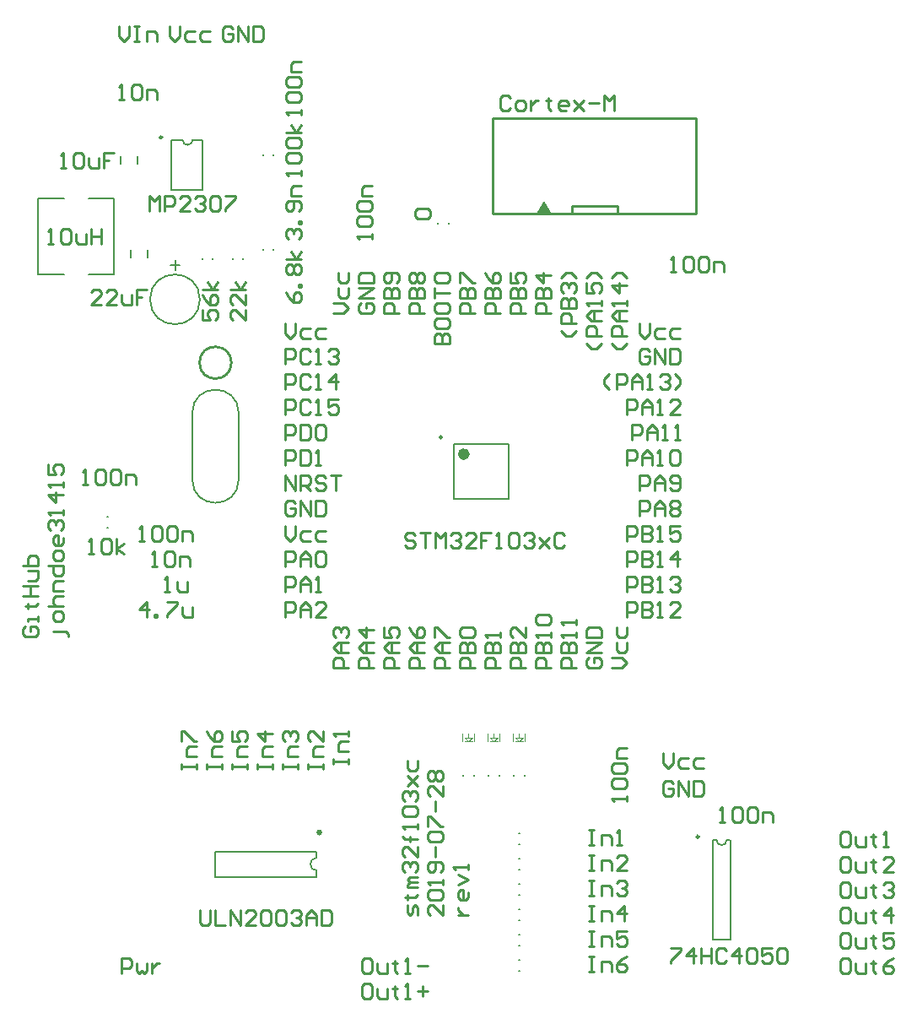
<source format=gto>
G04 Layer_Color=15132400*
%FSLAX25Y25*%
%MOIN*%
G70*
G01*
G75*
%ADD25C,0.01000*%
%ADD37C,0.00780*%
%ADD38C,0.00787*%
%ADD39C,0.00984*%
%ADD40C,0.02362*%
%ADD41C,0.00394*%
%ADD42C,0.00591*%
G36*
X253000Y357000D02*
X247000D01*
X250000Y362000D01*
X253000Y357000D01*
D02*
G37*
D25*
X126299Y298000D02*
G03*
X126299Y298000I-6299J0D01*
G01*
X161000Y112000D02*
Y113000D01*
X261000Y357000D02*
X310000D01*
Y394500D01*
X229500D02*
X310000D01*
X229500Y357000D02*
Y394500D01*
Y357000D02*
X267500D01*
X261000D02*
Y360000D01*
X279000D01*
Y357000D02*
Y360000D01*
X200000Y80000D02*
Y82999D01*
X199000Y83999D01*
X198001Y82999D01*
Y81000D01*
X197001Y80000D01*
X196001Y81000D01*
Y83999D01*
X195002Y86998D02*
X196001D01*
Y85998D01*
Y87997D01*
Y86998D01*
X199000D01*
X200000Y87997D01*
Y90996D02*
X196001D01*
Y91996D01*
X197001Y92996D01*
X200000D01*
X197001D01*
X196001Y93995D01*
X197001Y94995D01*
X200000D01*
X195002Y96995D02*
X194002Y97994D01*
Y99993D01*
X195002Y100993D01*
X196001D01*
X197001Y99993D01*
Y98994D01*
Y99993D01*
X198001Y100993D01*
X199000D01*
X200000Y99993D01*
Y97994D01*
X199000Y96995D01*
X200000Y106991D02*
Y102993D01*
X196001Y106991D01*
X195002D01*
X194002Y105992D01*
Y103992D01*
X195002Y102993D01*
X200000Y109990D02*
X195002D01*
X197001D01*
Y108991D01*
Y110990D01*
Y109990D01*
X195002D01*
X194002Y110990D01*
X200000Y113989D02*
Y115988D01*
Y114989D01*
X194002D01*
X195002Y113989D01*
Y118987D02*
X194002Y119987D01*
Y121986D01*
X195002Y122986D01*
X199000D01*
X200000Y121986D01*
Y119987D01*
X199000Y118987D01*
X195002D01*
Y124985D02*
X194002Y125985D01*
Y127984D01*
X195002Y128984D01*
X196001D01*
X197001Y127984D01*
Y126985D01*
Y127984D01*
X198001Y128984D01*
X199000D01*
X200000Y127984D01*
Y125985D01*
X199000Y124985D01*
X196001Y130983D02*
X200000Y134982D01*
X198001Y132983D01*
X196001Y134982D01*
X200000Y130983D01*
X196001Y140980D02*
Y137981D01*
X197001Y136982D01*
X199000D01*
X200000Y137981D01*
Y140980D01*
X45002Y193999D02*
X44002Y192999D01*
Y191000D01*
X45002Y190000D01*
X49000D01*
X50000Y191000D01*
Y192999D01*
X49000Y193999D01*
X47001D01*
Y191999D01*
X50000Y195998D02*
Y197997D01*
Y196998D01*
X46001D01*
Y195998D01*
X45002Y201996D02*
X46001D01*
Y200996D01*
Y202996D01*
Y201996D01*
X49000D01*
X50000Y202996D01*
X44002Y205995D02*
X50000D01*
X47001D01*
Y209994D01*
X44002D01*
X50000D01*
X46001Y211993D02*
X49000D01*
X50000Y212993D01*
Y215992D01*
X46001D01*
X44002Y217991D02*
X50000D01*
Y220990D01*
X49000Y221990D01*
X48001D01*
X47001D01*
X46001Y220990D01*
Y217991D01*
X114000Y81998D02*
Y77000D01*
X115000Y76000D01*
X116999D01*
X117999Y77000D01*
Y81998D01*
X119998D02*
Y76000D01*
X123997D01*
X125996D02*
Y81998D01*
X129995Y76000D01*
Y81998D01*
X135993Y76000D02*
X131994D01*
X135993Y79999D01*
Y80998D01*
X134993Y81998D01*
X132994D01*
X131994Y80998D01*
X137992D02*
X138992Y81998D01*
X140991D01*
X141991Y80998D01*
Y77000D01*
X140991Y76000D01*
X138992D01*
X137992Y77000D01*
Y80998D01*
X143990D02*
X144990Y81998D01*
X146989D01*
X147989Y80998D01*
Y77000D01*
X146989Y76000D01*
X144990D01*
X143990Y77000D01*
Y80998D01*
X149988D02*
X150988Y81998D01*
X152987D01*
X153987Y80998D01*
Y79999D01*
X152987Y78999D01*
X151988D01*
X152987D01*
X153987Y77999D01*
Y77000D01*
X152987Y76000D01*
X150988D01*
X149988Y77000D01*
X155986Y76000D02*
Y79999D01*
X157986Y81998D01*
X159985Y79999D01*
Y76000D01*
Y78999D01*
X155986D01*
X161985Y81998D02*
Y76000D01*
X164983D01*
X165983Y77000D01*
Y80998D01*
X164983Y81998D01*
X161985D01*
X126999Y429998D02*
X125999Y430998D01*
X124000D01*
X123000Y429998D01*
Y426000D01*
X124000Y425000D01*
X125999D01*
X126999Y426000D01*
Y427999D01*
X124999D01*
X128998Y425000D02*
Y430998D01*
X132997Y425000D01*
Y430998D01*
X134996D02*
Y425000D01*
X137995D01*
X138995Y426000D01*
Y429998D01*
X137995Y430998D01*
X134996D01*
X102000D02*
Y426999D01*
X103999Y425000D01*
X105999Y426999D01*
Y430998D01*
X111997Y428999D02*
X108998D01*
X107998Y427999D01*
Y426000D01*
X108998Y425000D01*
X111997D01*
X117995Y428999D02*
X114996D01*
X113996Y427999D01*
Y426000D01*
X114996Y425000D01*
X117995D01*
X59000Y375000D02*
X60999D01*
X60000D01*
Y380998D01*
X59000Y379998D01*
X63998D02*
X64998Y380998D01*
X66997D01*
X67997Y379998D01*
Y376000D01*
X66997Y375000D01*
X64998D01*
X63998Y376000D01*
Y379998D01*
X69996Y378999D02*
Y376000D01*
X70996Y375000D01*
X73995D01*
Y378999D01*
X79993Y380998D02*
X75994D01*
Y377999D01*
X77994D01*
X75994D01*
Y375000D01*
X114715Y318999D02*
Y315000D01*
X117714D01*
X116714Y316999D01*
Y317999D01*
X117714Y318999D01*
X119713D01*
X120713Y317999D01*
Y316000D01*
X119713Y315000D01*
X114715Y324997D02*
X115714Y322997D01*
X117714Y320998D01*
X119713D01*
X120713Y321998D01*
Y323997D01*
X119713Y324997D01*
X118713D01*
X117714Y323997D01*
Y320998D01*
X120713Y326996D02*
X114715D01*
X118713D02*
X116714Y329995D01*
X118713Y326996D02*
X120713Y329995D01*
X148002Y325999D02*
X149002Y323999D01*
X151001Y322000D01*
X153000D01*
X154000Y323000D01*
Y324999D01*
X153000Y325999D01*
X152001D01*
X151001Y324999D01*
Y322000D01*
X154000Y327998D02*
X153000D01*
Y328998D01*
X154000D01*
Y327998D01*
X149002Y332996D02*
X148002Y333996D01*
Y335996D01*
X149002Y336995D01*
X150001D01*
X151001Y335996D01*
X152001Y336995D01*
X153000D01*
X154000Y335996D01*
Y333996D01*
X153000Y332996D01*
X152001D01*
X151001Y333996D01*
X150001Y332996D01*
X149002D01*
X151001Y333996D02*
Y335996D01*
X154000Y338995D02*
X148002D01*
X152001D02*
X150001Y341993D01*
X152001Y338995D02*
X154000Y341993D01*
Y372000D02*
Y373999D01*
Y373000D01*
X148002D01*
X149002Y372000D01*
Y376998D02*
X148002Y377998D01*
Y379997D01*
X149002Y380997D01*
X153000D01*
X154000Y379997D01*
Y377998D01*
X153000Y376998D01*
X149002D01*
Y382996D02*
X148002Y383996D01*
Y385996D01*
X149002Y386995D01*
X153000D01*
X154000Y385996D01*
Y383996D01*
X153000Y382996D01*
X149002D01*
X154000Y388995D02*
X148002D01*
X152001D02*
X150001Y391993D01*
X152001Y388995D02*
X154000Y391993D01*
X82000Y430998D02*
Y426999D01*
X83999Y425000D01*
X85999Y426999D01*
Y430998D01*
X87998D02*
X89997D01*
X88998D01*
Y425000D01*
X87998D01*
X89997D01*
X92996D02*
Y428999D01*
X95995D01*
X96995Y427999D01*
Y425000D01*
X54000Y345000D02*
X55999D01*
X55000D01*
Y350998D01*
X54000Y349998D01*
X58998D02*
X59998Y350998D01*
X61997D01*
X62997Y349998D01*
Y346000D01*
X61997Y345000D01*
X59998D01*
X58998Y346000D01*
Y349998D01*
X64996Y348999D02*
Y346000D01*
X65996Y345000D01*
X68995D01*
Y348999D01*
X70995Y350998D02*
Y345000D01*
Y347999D01*
X74993D01*
Y350998D01*
Y345000D01*
X94000Y358000D02*
Y363998D01*
X95999Y361999D01*
X97999Y363998D01*
Y358000D01*
X99998D02*
Y363998D01*
X102997D01*
X103997Y362998D01*
Y360999D01*
X102997Y359999D01*
X99998D01*
X109995Y358000D02*
X105996D01*
X109995Y361999D01*
Y362998D01*
X108995Y363998D01*
X106996D01*
X105996Y362998D01*
X111994D02*
X112994Y363998D01*
X114993D01*
X115993Y362998D01*
Y361999D01*
X114993Y360999D01*
X113994D01*
X114993D01*
X115993Y359999D01*
Y359000D01*
X114993Y358000D01*
X112994D01*
X111994Y359000D01*
X117992Y362998D02*
X118992Y363998D01*
X120991D01*
X121991Y362998D01*
Y359000D01*
X120991Y358000D01*
X118992D01*
X117992Y359000D01*
Y362998D01*
X123990Y363998D02*
X127989D01*
Y362998D01*
X123990Y359000D01*
Y358000D01*
X74999Y321000D02*
X71000D01*
X74999Y324999D01*
Y325998D01*
X73999Y326998D01*
X72000D01*
X71000Y325998D01*
X80997Y321000D02*
X76998D01*
X80997Y324999D01*
Y325998D01*
X79997Y326998D01*
X77998D01*
X76998Y325998D01*
X82996Y324999D02*
Y322000D01*
X83996Y321000D01*
X86995D01*
Y324999D01*
X92993Y326998D02*
X88994D01*
Y323999D01*
X90993D01*
X88994D01*
Y321000D01*
X149002Y347000D02*
X148002Y348000D01*
Y349999D01*
X149002Y350999D01*
X150001D01*
X151001Y349999D01*
Y348999D01*
Y349999D01*
X152001Y350999D01*
X153000D01*
X154000Y349999D01*
Y348000D01*
X153000Y347000D01*
X154000Y352998D02*
X153000D01*
Y353998D01*
X154000D01*
Y352998D01*
X153000Y357996D02*
X154000Y358996D01*
Y360996D01*
X153000Y361995D01*
X149002D01*
X148002Y360996D01*
Y358996D01*
X149002Y357996D01*
X150001D01*
X151001Y358996D01*
Y361995D01*
X154000Y363995D02*
X150001D01*
Y366993D01*
X151001Y367993D01*
X154000D01*
Y396000D02*
Y397999D01*
Y397000D01*
X148002D01*
X149002Y396000D01*
Y400998D02*
X148002Y401998D01*
Y403997D01*
X149002Y404997D01*
X153000D01*
X154000Y403997D01*
Y401998D01*
X153000Y400998D01*
X149002D01*
Y406996D02*
X148002Y407996D01*
Y409996D01*
X149002Y410995D01*
X153000D01*
X154000Y409996D01*
Y407996D01*
X153000Y406996D01*
X149002D01*
X154000Y412994D02*
X150001D01*
Y415993D01*
X151001Y416993D01*
X154000D01*
X82000Y402000D02*
X83999D01*
X83000D01*
Y407998D01*
X82000Y406998D01*
X86998D02*
X87998Y407998D01*
X89997D01*
X90997Y406998D01*
Y403000D01*
X89997Y402000D01*
X87998D01*
X86998Y403000D01*
Y406998D01*
X92996Y402000D02*
Y405999D01*
X95995D01*
X96995Y404999D01*
Y402000D01*
X206502Y305504D02*
X212500D01*
Y308503D01*
X211500Y309503D01*
X210501D01*
X209501Y308503D01*
Y305504D01*
Y308503D01*
X208501Y309503D01*
X207502D01*
X206502Y308503D01*
Y305504D01*
Y314501D02*
Y312502D01*
X207502Y311502D01*
X211500D01*
X212500Y312502D01*
Y314501D01*
X211500Y315501D01*
X207502D01*
X206502Y314501D01*
Y320499D02*
Y318500D01*
X207502Y317500D01*
X211500D01*
X212500Y318500D01*
Y320499D01*
X211500Y321499D01*
X207502D01*
X206502Y320499D01*
Y323498D02*
Y327497D01*
Y325497D01*
X212500D01*
X207502Y329496D02*
X206502Y330496D01*
Y332495D01*
X207502Y333495D01*
X211500D01*
X212500Y332495D01*
Y330496D01*
X211500Y329496D01*
X207502D01*
X147500Y247500D02*
Y253498D01*
X151499Y247500D01*
Y253498D01*
X153498Y247500D02*
Y253498D01*
X156497D01*
X157497Y252498D01*
Y250499D01*
X156497Y249499D01*
X153498D01*
X155497D02*
X157497Y247500D01*
X163495Y252498D02*
X162495Y253498D01*
X160496D01*
X159496Y252498D01*
Y251499D01*
X160496Y250499D01*
X162495D01*
X163495Y249499D01*
Y248500D01*
X162495Y247500D01*
X160496D01*
X159496Y248500D01*
X165494Y253498D02*
X169493D01*
X167493D01*
Y247500D01*
X203998Y359000D02*
X204998Y358000D01*
Y356001D01*
X203998Y355001D01*
X200000D01*
X199000Y356001D01*
Y358000D01*
X200000Y359000D01*
X203998D01*
X198999Y229998D02*
X197999Y230998D01*
X196000D01*
X195000Y229998D01*
Y228999D01*
X196000Y227999D01*
X197999D01*
X198999Y226999D01*
Y226000D01*
X197999Y225000D01*
X196000D01*
X195000Y226000D01*
X200998Y230998D02*
X204997D01*
X202997D01*
Y225000D01*
X206996D02*
Y230998D01*
X208996Y228999D01*
X210995Y230998D01*
Y225000D01*
X212994Y229998D02*
X213994Y230998D01*
X215993D01*
X216993Y229998D01*
Y228999D01*
X215993Y227999D01*
X214994D01*
X215993D01*
X216993Y226999D01*
Y226000D01*
X215993Y225000D01*
X213994D01*
X212994Y226000D01*
X222991Y225000D02*
X218992D01*
X222991Y228999D01*
Y229998D01*
X221991Y230998D01*
X219992D01*
X218992Y229998D01*
X228989Y230998D02*
X224990D01*
Y227999D01*
X226990D01*
X224990D01*
Y225000D01*
X230988D02*
X232988D01*
X231988D01*
Y230998D01*
X230988Y229998D01*
X235987D02*
X236986Y230998D01*
X238986D01*
X239985Y229998D01*
Y226000D01*
X238986Y225000D01*
X236986D01*
X235987Y226000D01*
Y229998D01*
X241985D02*
X242985Y230998D01*
X244984D01*
X245984Y229998D01*
Y228999D01*
X244984Y227999D01*
X243984D01*
X244984D01*
X245984Y226999D01*
Y226000D01*
X244984Y225000D01*
X242985D01*
X241985Y226000D01*
X247983Y228999D02*
X251982Y225000D01*
X249982Y226999D01*
X251982Y228999D01*
X247983Y225000D01*
X257980Y229998D02*
X256980Y230998D01*
X254981D01*
X253981Y229998D01*
Y226000D01*
X254981Y225000D01*
X256980D01*
X257980Y226000D01*
X70000Y222500D02*
X71999D01*
X71000D01*
Y228498D01*
X70000Y227498D01*
X74998D02*
X75998Y228498D01*
X77997D01*
X78997Y227498D01*
Y223500D01*
X77997Y222500D01*
X75998D01*
X74998Y223500D01*
Y227498D01*
X80996Y222500D02*
Y228498D01*
Y224499D02*
X83995Y226499D01*
X80996Y224499D02*
X83995Y222500D01*
X236499Y402498D02*
X235499Y403498D01*
X233500D01*
X232500Y402498D01*
Y398500D01*
X233500Y397500D01*
X235499D01*
X236499Y398500D01*
X239498Y397500D02*
X241497D01*
X242497Y398500D01*
Y400499D01*
X241497Y401499D01*
X239498D01*
X238498Y400499D01*
Y398500D01*
X239498Y397500D01*
X244496Y401499D02*
Y397500D01*
Y399499D01*
X245496Y400499D01*
X246496Y401499D01*
X247495D01*
X251494Y402498D02*
Y401499D01*
X250494D01*
X252494D01*
X251494D01*
Y398500D01*
X252494Y397500D01*
X258492D02*
X256492D01*
X255493Y398500D01*
Y400499D01*
X256492Y401499D01*
X258492D01*
X259491Y400499D01*
Y399499D01*
X255493D01*
X261491Y401499D02*
X265489Y397500D01*
X263490Y399499D01*
X265489Y401499D01*
X261491Y397500D01*
X267489Y400499D02*
X271487D01*
X273487Y397500D02*
Y403498D01*
X275486Y401499D01*
X277485Y403498D01*
Y397500D01*
X100000Y207500D02*
X101999D01*
X101000D01*
Y213498D01*
X100000Y212498D01*
X104998Y211499D02*
Y208500D01*
X105998Y207500D01*
X108997D01*
Y211499D01*
X95000Y217500D02*
X96999D01*
X96000D01*
Y223498D01*
X95000Y222498D01*
X99998D02*
X100998Y223498D01*
X102997D01*
X103997Y222498D01*
Y218500D01*
X102997Y217500D01*
X100998D01*
X99998Y218500D01*
Y222498D01*
X105996Y217500D02*
Y221499D01*
X108995D01*
X109995Y220499D01*
Y217500D01*
X92999Y197500D02*
Y203498D01*
X90000Y200499D01*
X93999D01*
X95998Y197500D02*
Y198500D01*
X96998D01*
Y197500D01*
X95998D01*
X100996Y203498D02*
X104995D01*
Y202498D01*
X100996Y198500D01*
Y197500D01*
X106994Y201499D02*
Y198500D01*
X107994Y197500D01*
X110993D01*
Y201499D01*
X182000Y347000D02*
Y348999D01*
Y348000D01*
X176002D01*
X177002Y347000D01*
Y351998D02*
X176002Y352998D01*
Y354997D01*
X177002Y355997D01*
X181000D01*
X182000Y354997D01*
Y352998D01*
X181000Y351998D01*
X177002D01*
Y357996D02*
X176002Y358996D01*
Y360996D01*
X177002Y361995D01*
X181000D01*
X182000Y360996D01*
Y358996D01*
X181000Y357996D01*
X177002D01*
X182000Y363995D02*
X178001D01*
Y366993D01*
X179001Y367993D01*
X182000D01*
X90000Y227500D02*
X91999D01*
X91000D01*
Y233498D01*
X90000Y232498D01*
X94998D02*
X95998Y233498D01*
X97997D01*
X98997Y232498D01*
Y228500D01*
X97997Y227500D01*
X95998D01*
X94998Y228500D01*
Y232498D01*
X100996D02*
X101996Y233498D01*
X103996D01*
X104995Y232498D01*
Y228500D01*
X103996Y227500D01*
X101996D01*
X100996Y228500D01*
Y232498D01*
X106994Y227500D02*
Y231499D01*
X109994D01*
X110993Y230499D01*
Y227500D01*
X67500Y250000D02*
X69499D01*
X68500D01*
Y255998D01*
X67500Y254998D01*
X72498D02*
X73498Y255998D01*
X75497D01*
X76497Y254998D01*
Y251000D01*
X75497Y250000D01*
X73498D01*
X72498Y251000D01*
Y254998D01*
X78496D02*
X79496Y255998D01*
X81495D01*
X82495Y254998D01*
Y251000D01*
X81495Y250000D01*
X79496D01*
X78496Y251000D01*
Y254998D01*
X84495Y250000D02*
Y253999D01*
X87493D01*
X88493Y252999D01*
Y250000D01*
X267502Y181499D02*
X266502Y180499D01*
Y178500D01*
X267502Y177500D01*
X271500D01*
X272500Y178500D01*
Y180499D01*
X271500Y181499D01*
X269501D01*
Y179499D01*
X272500Y183498D02*
X266502D01*
X272500Y187497D01*
X266502D01*
Y189496D02*
X272500D01*
Y192495D01*
X271500Y193495D01*
X267502D01*
X266502Y192495D01*
Y189496D01*
X291497Y302498D02*
X290497Y303498D01*
X288498D01*
X287498Y302498D01*
Y298500D01*
X288498Y297500D01*
X290497D01*
X291497Y298500D01*
Y300499D01*
X289498D01*
X293496Y297500D02*
Y303498D01*
X297495Y297500D01*
Y303498D01*
X299495D02*
Y297500D01*
X302494D01*
X303493Y298500D01*
Y302498D01*
X302494Y303498D01*
X299495D01*
X147500Y217500D02*
Y223498D01*
X150499D01*
X151499Y222498D01*
Y220499D01*
X150499Y219499D01*
X147500D01*
X153498Y217500D02*
Y221499D01*
X155497Y223498D01*
X157497Y221499D01*
Y217500D01*
Y220499D01*
X153498D01*
X159496Y222498D02*
X160496Y223498D01*
X162495D01*
X163495Y222498D01*
Y218500D01*
X162495Y217500D01*
X160496D01*
X159496Y218500D01*
Y222498D01*
X151499Y242498D02*
X150499Y243498D01*
X148500D01*
X147500Y242498D01*
Y238500D01*
X148500Y237500D01*
X150499D01*
X151499Y238500D01*
Y240499D01*
X149499D01*
X153498Y237500D02*
Y243498D01*
X157497Y237500D01*
Y243498D01*
X159496D02*
Y237500D01*
X162495D01*
X163495Y238500D01*
Y242498D01*
X162495Y243498D01*
X159496D01*
X287498Y313498D02*
Y309499D01*
X289498Y307500D01*
X291497Y309499D01*
Y313498D01*
X297495Y311499D02*
X294496D01*
X293496Y310499D01*
Y308500D01*
X294496Y307500D01*
X297495D01*
X303493Y311499D02*
X300494D01*
X299495Y310499D01*
Y308500D01*
X300494Y307500D01*
X303493D01*
X147500Y233498D02*
Y229499D01*
X149499Y227500D01*
X151499Y229499D01*
Y233498D01*
X157497Y231499D02*
X154498D01*
X153498Y230499D01*
Y228500D01*
X154498Y227500D01*
X157497D01*
X163495Y231499D02*
X160496D01*
X159496Y230499D01*
Y228500D01*
X160496Y227500D01*
X163495D01*
X147500Y313498D02*
Y309499D01*
X149499Y307500D01*
X151499Y309499D01*
Y313498D01*
X157497Y311499D02*
X154498D01*
X153498Y310499D01*
Y308500D01*
X154498Y307500D01*
X157497D01*
X163495Y311499D02*
X160496D01*
X159496Y310499D01*
Y308500D01*
X160496Y307500D01*
X163495D01*
X192500Y177500D02*
X186502D01*
Y180499D01*
X187502Y181499D01*
X189501D01*
X190501Y180499D01*
Y177500D01*
X192500Y183498D02*
X188501D01*
X186502Y185497D01*
X188501Y187497D01*
X192500D01*
X189501D01*
Y183498D01*
X186502Y193495D02*
Y189496D01*
X189501D01*
X188501Y191496D01*
Y192495D01*
X189501Y193495D01*
X191500D01*
X192500Y192495D01*
Y190496D01*
X191500Y189496D01*
X166486Y317500D02*
X170485D01*
X172484Y319499D01*
X170485Y321499D01*
X166486D01*
X168485Y327497D02*
Y324498D01*
X169485Y323498D01*
X171484D01*
X172484Y324498D01*
Y327497D01*
X168485Y333495D02*
Y330496D01*
X169485Y329496D01*
X171484D01*
X172484Y330496D01*
Y333495D01*
X212500Y177500D02*
X206502D01*
Y180499D01*
X207502Y181499D01*
X209501D01*
X210501Y180499D01*
Y177500D01*
X212500Y183498D02*
X208501D01*
X206502Y185497D01*
X208501Y187497D01*
X212500D01*
X209501D01*
Y183498D01*
X206502Y189496D02*
Y193495D01*
X207502D01*
X211500Y189496D01*
X212500D01*
X287498Y237500D02*
Y243498D01*
X290497D01*
X291497Y242498D01*
Y240499D01*
X290497Y239499D01*
X287498D01*
X293496Y237500D02*
Y241499D01*
X295496Y243498D01*
X297495Y241499D01*
Y237500D01*
Y240499D01*
X293496D01*
X299495Y242498D02*
X300494Y243498D01*
X302494D01*
X303493Y242498D01*
Y241499D01*
X302494Y240499D01*
X303493Y239499D01*
Y238500D01*
X302494Y237500D01*
X300494D01*
X299495Y238500D01*
Y239499D01*
X300494Y240499D01*
X299495Y241499D01*
Y242498D01*
X300494Y240499D02*
X302494D01*
X287498Y247500D02*
Y253498D01*
X290497D01*
X291497Y252498D01*
Y250499D01*
X290497Y249499D01*
X287498D01*
X293496Y247500D02*
Y251499D01*
X295496Y253498D01*
X297495Y251499D01*
Y247500D01*
Y250499D01*
X293496D01*
X299495Y248500D02*
X300494Y247500D01*
X302494D01*
X303493Y248500D01*
Y252498D01*
X302494Y253498D01*
X300494D01*
X299495Y252498D01*
Y251499D01*
X300494Y250499D01*
X303493D01*
X282500Y257500D02*
Y263498D01*
X285499D01*
X286499Y262498D01*
Y260499D01*
X285499Y259499D01*
X282500D01*
X288498Y257500D02*
Y261499D01*
X290497Y263498D01*
X292497Y261499D01*
Y257500D01*
Y260499D01*
X288498D01*
X294496Y257500D02*
X296496D01*
X295496D01*
Y263498D01*
X294496Y262498D01*
X299495D02*
X300494Y263498D01*
X302494D01*
X303493Y262498D01*
Y258500D01*
X302494Y257500D01*
X300494D01*
X299495Y258500D01*
Y262498D01*
X284499Y267500D02*
Y273498D01*
X287498D01*
X288498Y272498D01*
Y270499D01*
X287498Y269499D01*
X284499D01*
X290497Y267500D02*
Y271499D01*
X292497Y273498D01*
X294496Y271499D01*
Y267500D01*
Y270499D01*
X290497D01*
X296496Y267500D02*
X298495D01*
X297495D01*
Y273498D01*
X296496Y272498D01*
X301494Y267500D02*
X303493D01*
X302494D01*
Y273498D01*
X301494Y272498D01*
X282500Y277500D02*
Y283498D01*
X285499D01*
X286499Y282498D01*
Y280499D01*
X285499Y279499D01*
X282500D01*
X288498Y277500D02*
Y281499D01*
X290497Y283498D01*
X292497Y281499D01*
Y277500D01*
Y280499D01*
X288498D01*
X294496Y277500D02*
X296496D01*
X295496D01*
Y283498D01*
X294496Y282498D01*
X303493Y277500D02*
X299495D01*
X303493Y281499D01*
Y282498D01*
X302494Y283498D01*
X300494D01*
X299495Y282498D01*
X275502Y287500D02*
X273503Y289499D01*
Y291499D01*
X275502Y293498D01*
X278501Y287500D02*
Y293498D01*
X281500D01*
X282500Y292498D01*
Y290499D01*
X281500Y289499D01*
X278501D01*
X284499Y287500D02*
Y291499D01*
X286499Y293498D01*
X288498Y291499D01*
Y287500D01*
Y290499D01*
X284499D01*
X290497Y287500D02*
X292497D01*
X291497D01*
Y293498D01*
X290497Y292498D01*
X295496D02*
X296496Y293498D01*
X298495D01*
X299495Y292498D01*
Y291499D01*
X298495Y290499D01*
X297495D01*
X298495D01*
X299495Y289499D01*
Y288500D01*
X298495Y287500D01*
X296496D01*
X295496Y288500D01*
X301494Y287500D02*
X303493Y289499D01*
Y291499D01*
X301494Y293498D01*
X282500Y305504D02*
X280501Y303504D01*
X278501D01*
X276502Y305504D01*
X282500Y308503D02*
X276502D01*
Y311502D01*
X277502Y312502D01*
X279501D01*
X280501Y311502D01*
Y308503D01*
X282500Y314501D02*
X278501D01*
X276502Y316500D01*
X278501Y318500D01*
X282500D01*
X279501D01*
Y314501D01*
X282500Y320499D02*
Y322498D01*
Y321499D01*
X276502D01*
X277502Y320499D01*
X282500Y328497D02*
X276502D01*
X279501Y325497D01*
Y329496D01*
X282500Y331495D02*
X280501Y333495D01*
X278501D01*
X276502Y331495D01*
X272500Y305504D02*
X270501Y303504D01*
X268501D01*
X266502Y305504D01*
X272500Y308503D02*
X266502D01*
Y311502D01*
X267502Y312502D01*
X269501D01*
X270501Y311502D01*
Y308503D01*
X272500Y314501D02*
X268501D01*
X266502Y316500D01*
X268501Y318500D01*
X272500D01*
X269501D01*
Y314501D01*
X272500Y320499D02*
Y322498D01*
Y321499D01*
X266502D01*
X267502Y320499D01*
X266502Y329496D02*
Y325497D01*
X269501D01*
X268501Y327497D01*
Y328497D01*
X269501Y329496D01*
X271500D01*
X272500Y328497D01*
Y326497D01*
X271500Y325497D01*
X272500Y331495D02*
X270501Y333495D01*
X268501D01*
X266502Y331495D01*
X222500Y177500D02*
X216502D01*
Y180499D01*
X217502Y181499D01*
X219501D01*
X220501Y180499D01*
Y177500D01*
X216502Y183498D02*
X222500D01*
Y186497D01*
X221500Y187497D01*
X220501D01*
X219501Y186497D01*
Y183498D01*
Y186497D01*
X218501Y187497D01*
X217502D01*
X216502Y186497D01*
Y183498D01*
X217502Y189496D02*
X216502Y190496D01*
Y192495D01*
X217502Y193495D01*
X221500D01*
X222500Y192495D01*
Y190496D01*
X221500Y189496D01*
X217502D01*
X232500Y177500D02*
X226502D01*
Y180499D01*
X227502Y181499D01*
X229501D01*
X230501Y180499D01*
Y177500D01*
X226502Y183498D02*
X232500D01*
Y186497D01*
X231500Y187497D01*
X230501D01*
X229501Y186497D01*
Y183498D01*
Y186497D01*
X228501Y187497D01*
X227502D01*
X226502Y186497D01*
Y183498D01*
X232500Y189496D02*
Y191496D01*
Y190496D01*
X226502D01*
X227502Y189496D01*
X242500Y177500D02*
X236502D01*
Y180499D01*
X237502Y181499D01*
X239501D01*
X240501Y180499D01*
Y177500D01*
X236502Y183498D02*
X242500D01*
Y186497D01*
X241500Y187497D01*
X240501D01*
X239501Y186497D01*
Y183498D01*
Y186497D01*
X238501Y187497D01*
X237502D01*
X236502Y186497D01*
Y183498D01*
X242500Y193495D02*
Y189496D01*
X238501Y193495D01*
X237502D01*
X236502Y192495D01*
Y190496D01*
X237502Y189496D01*
X262500Y310502D02*
X260501Y308503D01*
X258501D01*
X256502Y310502D01*
X262500Y313501D02*
X256502D01*
Y316500D01*
X257502Y317500D01*
X259501D01*
X260501Y316500D01*
Y313501D01*
X256502Y319499D02*
X262500D01*
Y322498D01*
X261500Y323498D01*
X260501D01*
X259501Y322498D01*
Y319499D01*
Y322498D01*
X258501Y323498D01*
X257502D01*
X256502Y322498D01*
Y319499D01*
X257502Y325497D02*
X256502Y326497D01*
Y328497D01*
X257502Y329496D01*
X258501D01*
X259501Y328497D01*
Y327497D01*
Y328497D01*
X260501Y329496D01*
X261500D01*
X262500Y328497D01*
Y326497D01*
X261500Y325497D01*
X262500Y331495D02*
X260501Y333495D01*
X258501D01*
X256502Y331495D01*
X252500Y317500D02*
X246502D01*
Y320499D01*
X247502Y321499D01*
X249501D01*
X250501Y320499D01*
Y317500D01*
X246502Y323498D02*
X252500D01*
Y326497D01*
X251500Y327497D01*
X250501D01*
X249501Y326497D01*
Y323498D01*
Y326497D01*
X248501Y327497D01*
X247502D01*
X246502Y326497D01*
Y323498D01*
X252500Y332495D02*
X246502D01*
X249501Y329496D01*
Y333495D01*
X242500Y317500D02*
X236502D01*
Y320499D01*
X237502Y321499D01*
X239501D01*
X240501Y320499D01*
Y317500D01*
X236502Y323498D02*
X242500D01*
Y326497D01*
X241500Y327497D01*
X240501D01*
X239501Y326497D01*
Y323498D01*
Y326497D01*
X238501Y327497D01*
X237502D01*
X236502Y326497D01*
Y323498D01*
Y333495D02*
Y329496D01*
X239501D01*
X238501Y331495D01*
Y332495D01*
X239501Y333495D01*
X241500D01*
X242500Y332495D01*
Y330496D01*
X241500Y329496D01*
X232500Y317500D02*
X226502D01*
Y320499D01*
X227502Y321499D01*
X229501D01*
X230501Y320499D01*
Y317500D01*
X226502Y323498D02*
X232500D01*
Y326497D01*
X231500Y327497D01*
X230501D01*
X229501Y326497D01*
Y323498D01*
Y326497D01*
X228501Y327497D01*
X227502D01*
X226502Y326497D01*
Y323498D01*
Y333495D02*
X227502Y331495D01*
X229501Y329496D01*
X231500D01*
X232500Y330496D01*
Y332495D01*
X231500Y333495D01*
X230501D01*
X229501Y332495D01*
Y329496D01*
X222500Y317500D02*
X216502D01*
Y320499D01*
X217502Y321499D01*
X219501D01*
X220501Y320499D01*
Y317500D01*
X216502Y323498D02*
X222500D01*
Y326497D01*
X221500Y327497D01*
X220501D01*
X219501Y326497D01*
Y323498D01*
Y326497D01*
X218501Y327497D01*
X217502D01*
X216502Y326497D01*
Y323498D01*
Y329496D02*
Y333495D01*
X217502D01*
X221500Y329496D01*
X222500D01*
X202500Y317500D02*
X196502D01*
Y320499D01*
X197502Y321499D01*
X199501D01*
X200501Y320499D01*
Y317500D01*
X196502Y323498D02*
X202500D01*
Y326497D01*
X201500Y327497D01*
X200501D01*
X199501Y326497D01*
Y323498D01*
Y326497D01*
X198501Y327497D01*
X197502D01*
X196502Y326497D01*
Y323498D01*
X197502Y329496D02*
X196502Y330496D01*
Y332495D01*
X197502Y333495D01*
X198501D01*
X199501Y332495D01*
X200501Y333495D01*
X201500D01*
X202500Y332495D01*
Y330496D01*
X201500Y329496D01*
X200501D01*
X199501Y330496D01*
X198501Y329496D01*
X197502D01*
X199501Y330496D02*
Y332495D01*
X192500Y317500D02*
X186502D01*
Y320499D01*
X187502Y321499D01*
X189501D01*
X190501Y320499D01*
Y317500D01*
X186502Y323498D02*
X192500D01*
Y326497D01*
X191500Y327497D01*
X190501D01*
X189501Y326497D01*
Y323498D01*
Y326497D01*
X188501Y327497D01*
X187502D01*
X186502Y326497D01*
Y323498D01*
X191500Y329496D02*
X192500Y330496D01*
Y332495D01*
X191500Y333495D01*
X187502D01*
X186502Y332495D01*
Y330496D01*
X187502Y329496D01*
X188501D01*
X189501Y330496D01*
Y333495D01*
X252500Y177500D02*
X246502D01*
Y180499D01*
X247502Y181499D01*
X249501D01*
X250501Y180499D01*
Y177500D01*
X246502Y183498D02*
X252500D01*
Y186497D01*
X251500Y187497D01*
X250501D01*
X249501Y186497D01*
Y183498D01*
Y186497D01*
X248501Y187497D01*
X247502D01*
X246502Y186497D01*
Y183498D01*
X252500Y189496D02*
Y191496D01*
Y190496D01*
X246502D01*
X247502Y189496D01*
Y194494D02*
X246502Y195494D01*
Y197494D01*
X247502Y198493D01*
X251500D01*
X252500Y197494D01*
Y195494D01*
X251500Y194494D01*
X247502D01*
X262500Y177500D02*
X256502D01*
Y180499D01*
X257502Y181499D01*
X259501D01*
X260501Y180499D01*
Y177500D01*
X256502Y183498D02*
X262500D01*
Y186497D01*
X261500Y187497D01*
X260501D01*
X259501Y186497D01*
Y183498D01*
Y186497D01*
X258501Y187497D01*
X257502D01*
X256502Y186497D01*
Y183498D01*
X262500Y189496D02*
Y191496D01*
Y190496D01*
X256502D01*
X257502Y189496D01*
X262500Y194494D02*
Y196494D01*
Y195494D01*
X256502D01*
X257502Y194494D01*
X282500Y197500D02*
Y203498D01*
X285499D01*
X286499Y202498D01*
Y200499D01*
X285499Y199499D01*
X282500D01*
X288498Y203498D02*
Y197500D01*
X291497D01*
X292497Y198500D01*
Y199499D01*
X291497Y200499D01*
X288498D01*
X291497D01*
X292497Y201499D01*
Y202498D01*
X291497Y203498D01*
X288498D01*
X294496Y197500D02*
X296496D01*
X295496D01*
Y203498D01*
X294496Y202498D01*
X303493Y197500D02*
X299495D01*
X303493Y201499D01*
Y202498D01*
X302494Y203498D01*
X300494D01*
X299495Y202498D01*
X282500Y207500D02*
Y213498D01*
X285499D01*
X286499Y212498D01*
Y210499D01*
X285499Y209499D01*
X282500D01*
X288498Y213498D02*
Y207500D01*
X291497D01*
X292497Y208500D01*
Y209499D01*
X291497Y210499D01*
X288498D01*
X291497D01*
X292497Y211499D01*
Y212498D01*
X291497Y213498D01*
X288498D01*
X294496Y207500D02*
X296496D01*
X295496D01*
Y213498D01*
X294496Y212498D01*
X299495D02*
X300494Y213498D01*
X302494D01*
X303493Y212498D01*
Y211499D01*
X302494Y210499D01*
X301494D01*
X302494D01*
X303493Y209499D01*
Y208500D01*
X302494Y207500D01*
X300494D01*
X299495Y208500D01*
X282500Y217500D02*
Y223498D01*
X285499D01*
X286499Y222498D01*
Y220499D01*
X285499Y219499D01*
X282500D01*
X288498Y223498D02*
Y217500D01*
X291497D01*
X292497Y218500D01*
Y219499D01*
X291497Y220499D01*
X288498D01*
X291497D01*
X292497Y221499D01*
Y222498D01*
X291497Y223498D01*
X288498D01*
X294496Y217500D02*
X296496D01*
X295496D01*
Y223498D01*
X294496Y222498D01*
X302494Y217500D02*
Y223498D01*
X299495Y220499D01*
X303493D01*
X147500Y287500D02*
Y293498D01*
X150499D01*
X151499Y292498D01*
Y290499D01*
X150499Y289499D01*
X147500D01*
X157497Y292498D02*
X156497Y293498D01*
X154498D01*
X153498Y292498D01*
Y288500D01*
X154498Y287500D01*
X156497D01*
X157497Y288500D01*
X159496Y287500D02*
X161495D01*
X160496D01*
Y293498D01*
X159496Y292498D01*
X167493Y287500D02*
Y293498D01*
X164495Y290499D01*
X168493D01*
X147500Y257500D02*
Y263498D01*
X150499D01*
X151499Y262498D01*
Y260499D01*
X150499Y259499D01*
X147500D01*
X153498Y263498D02*
Y257500D01*
X156497D01*
X157497Y258500D01*
Y262498D01*
X156497Y263498D01*
X153498D01*
X159496Y257500D02*
X161495D01*
X160496D01*
Y263498D01*
X159496Y262498D01*
X147500Y297500D02*
Y303498D01*
X150499D01*
X151499Y302498D01*
Y300499D01*
X150499Y299499D01*
X147500D01*
X157497Y302498D02*
X156497Y303498D01*
X154498D01*
X153498Y302498D01*
Y298500D01*
X154498Y297500D01*
X156497D01*
X157497Y298500D01*
X159496Y297500D02*
X161495D01*
X160496D01*
Y303498D01*
X159496Y302498D01*
X164495D02*
X165494Y303498D01*
X167493D01*
X168493Y302498D01*
Y301499D01*
X167493Y300499D01*
X166494D01*
X167493D01*
X168493Y299499D01*
Y298500D01*
X167493Y297500D01*
X165494D01*
X164495Y298500D01*
X300000Y334000D02*
X301999D01*
X301000D01*
Y339998D01*
X300000Y338998D01*
X304998D02*
X305998Y339998D01*
X307997D01*
X308997Y338998D01*
Y335000D01*
X307997Y334000D01*
X305998D01*
X304998Y335000D01*
Y338998D01*
X310996D02*
X311996Y339998D01*
X313996D01*
X314995Y338998D01*
Y335000D01*
X313996Y334000D01*
X311996D01*
X310996Y335000D01*
Y338998D01*
X316995Y334000D02*
Y337999D01*
X319993D01*
X320993Y336999D01*
Y334000D01*
X282500Y125000D02*
Y126999D01*
Y126000D01*
X276502D01*
X277502Y125000D01*
Y129998D02*
X276502Y130998D01*
Y132997D01*
X277502Y133997D01*
X281500D01*
X282500Y132997D01*
Y130998D01*
X281500Y129998D01*
X277502D01*
Y135996D02*
X276502Y136996D01*
Y138996D01*
X277502Y139995D01*
X281500D01*
X282500Y138996D01*
Y136996D01*
X281500Y135996D01*
X277502D01*
X282500Y141995D02*
X278501D01*
Y144993D01*
X279501Y145993D01*
X282500D01*
X177502Y321499D02*
X176502Y320499D01*
Y318500D01*
X177502Y317500D01*
X181500D01*
X182500Y318500D01*
Y320499D01*
X181500Y321499D01*
X179501D01*
Y319499D01*
X182500Y323498D02*
X176502D01*
X182500Y327497D01*
X176502D01*
Y329496D02*
X182500D01*
Y332495D01*
X181500Y333495D01*
X177502D01*
X176502Y332495D01*
Y329496D01*
X276502Y177500D02*
X280501D01*
X282500Y179499D01*
X280501Y181499D01*
X276502D01*
X278501Y187497D02*
Y184498D01*
X279501Y183498D01*
X281500D01*
X282500Y184498D01*
Y187497D01*
X278501Y193495D02*
Y190496D01*
X279501Y189496D01*
X281500D01*
X282500Y190496D01*
Y193495D01*
X147500Y207500D02*
Y213498D01*
X150499D01*
X151499Y212498D01*
Y210499D01*
X150499Y209499D01*
X147500D01*
X153498Y207500D02*
Y211499D01*
X155497Y213498D01*
X157497Y211499D01*
Y207500D01*
Y210499D01*
X153498D01*
X159496Y207500D02*
X161495D01*
X160496D01*
Y213498D01*
X159496Y212498D01*
X147500Y197500D02*
Y203498D01*
X150499D01*
X151499Y202498D01*
Y200499D01*
X150499Y199499D01*
X147500D01*
X153498Y197500D02*
Y201499D01*
X155497Y203498D01*
X157497Y201499D01*
Y197500D01*
Y200499D01*
X153498D01*
X163495Y197500D02*
X159496D01*
X163495Y201499D01*
Y202498D01*
X162495Y203498D01*
X160496D01*
X159496Y202498D01*
X172500Y177500D02*
X166502D01*
Y180499D01*
X167502Y181499D01*
X169501D01*
X170501Y180499D01*
Y177500D01*
X172500Y183498D02*
X168501D01*
X166502Y185497D01*
X168501Y187497D01*
X172500D01*
X169501D01*
Y183498D01*
X167502Y189496D02*
X166502Y190496D01*
Y192495D01*
X167502Y193495D01*
X168501D01*
X169501Y192495D01*
Y191496D01*
Y192495D01*
X170501Y193495D01*
X171500D01*
X172500Y192495D01*
Y190496D01*
X171500Y189496D01*
X182500Y177500D02*
X176502D01*
Y180499D01*
X177502Y181499D01*
X179501D01*
X180501Y180499D01*
Y177500D01*
X182500Y183498D02*
X178501D01*
X176502Y185497D01*
X178501Y187497D01*
X182500D01*
X179501D01*
Y183498D01*
X182500Y192495D02*
X176502D01*
X179501Y189496D01*
Y193495D01*
X202500Y177500D02*
X196502D01*
Y180499D01*
X197502Y181499D01*
X199501D01*
X200501Y180499D01*
Y177500D01*
X202500Y183498D02*
X198501D01*
X196502Y185497D01*
X198501Y187497D01*
X202500D01*
X199501D01*
Y183498D01*
X196502Y193495D02*
X197502Y191496D01*
X199501Y189496D01*
X201500D01*
X202500Y190496D01*
Y192495D01*
X201500Y193495D01*
X200501D01*
X199501Y192495D01*
Y189496D01*
X147500Y277500D02*
Y283498D01*
X150499D01*
X151499Y282498D01*
Y280499D01*
X150499Y279499D01*
X147500D01*
X157497Y282498D02*
X156497Y283498D01*
X154498D01*
X153498Y282498D01*
Y278500D01*
X154498Y277500D01*
X156497D01*
X157497Y278500D01*
X159496Y277500D02*
X161495D01*
X160496D01*
Y283498D01*
X159496Y282498D01*
X168493Y283498D02*
X164495D01*
Y280499D01*
X166494Y281499D01*
X167493D01*
X168493Y280499D01*
Y278500D01*
X167493Y277500D01*
X165494D01*
X164495Y278500D01*
X147500Y267500D02*
Y273498D01*
X150499D01*
X151499Y272498D01*
Y270499D01*
X150499Y269499D01*
X147500D01*
X153498Y273498D02*
Y267500D01*
X156497D01*
X157497Y268500D01*
Y272498D01*
X156497Y273498D01*
X153498D01*
X159496Y272498D02*
X160496Y273498D01*
X162495D01*
X163495Y272498D01*
Y268500D01*
X162495Y267500D01*
X160496D01*
X159496Y268500D01*
Y272498D01*
X282500Y227500D02*
Y233498D01*
X285499D01*
X286499Y232498D01*
Y230499D01*
X285499Y229499D01*
X282500D01*
X288498Y233498D02*
Y227500D01*
X291497D01*
X292497Y228500D01*
Y229499D01*
X291497Y230499D01*
X288498D01*
X291497D01*
X292497Y231499D01*
Y232498D01*
X291497Y233498D01*
X288498D01*
X294496Y227500D02*
X296496D01*
X295496D01*
Y233498D01*
X294496Y232498D01*
X303493Y233498D02*
X299495D01*
Y230499D01*
X301494Y231499D01*
X302494D01*
X303493Y230499D01*
Y228500D01*
X302494Y227500D01*
X300494D01*
X299495Y228500D01*
X319106Y116492D02*
X321106D01*
X320106D01*
Y122490D01*
X319106Y121490D01*
X324105D02*
X325104Y122490D01*
X327104D01*
X328103Y121490D01*
Y117491D01*
X327104Y116492D01*
X325104D01*
X324105Y117491D01*
Y121490D01*
X330103D02*
X331102Y122490D01*
X333102D01*
X334101Y121490D01*
Y117491D01*
X333102Y116492D01*
X331102D01*
X330103Y117491D01*
Y121490D01*
X336101Y116492D02*
Y120491D01*
X339100D01*
X340100Y119491D01*
Y116492D01*
X300000Y66998D02*
X303999D01*
Y65998D01*
X300000Y62000D01*
Y61000D01*
X308997D02*
Y66998D01*
X305998Y63999D01*
X309997D01*
X311996Y66998D02*
Y61000D01*
Y63999D01*
X315995D01*
Y66998D01*
Y61000D01*
X321993Y65998D02*
X320993Y66998D01*
X318994D01*
X317994Y65998D01*
Y62000D01*
X318994Y61000D01*
X320993D01*
X321993Y62000D01*
X326991Y61000D02*
Y66998D01*
X323992Y63999D01*
X327991D01*
X329990Y65998D02*
X330990Y66998D01*
X332989D01*
X333989Y65998D01*
Y62000D01*
X332989Y61000D01*
X330990D01*
X329990Y62000D01*
Y65998D01*
X339987Y66998D02*
X335988D01*
Y63999D01*
X337988Y64999D01*
X338987D01*
X339987Y63999D01*
Y62000D01*
X338987Y61000D01*
X336988D01*
X335988Y62000D01*
X341986Y65998D02*
X342986Y66998D01*
X344985D01*
X345985Y65998D01*
Y62000D01*
X344985Y61000D01*
X342986D01*
X341986Y62000D01*
Y65998D01*
X369999Y112998D02*
X368000D01*
X367000Y111998D01*
Y108000D01*
X368000Y107000D01*
X369999D01*
X370999Y108000D01*
Y111998D01*
X369999Y112998D01*
X372998Y110999D02*
Y108000D01*
X373998Y107000D01*
X376997D01*
Y110999D01*
X379996Y111998D02*
Y110999D01*
X378996D01*
X380995D01*
X379996D01*
Y108000D01*
X380995Y107000D01*
X383995D02*
X385994D01*
X384994D01*
Y112998D01*
X383995Y111998D01*
X267500Y113498D02*
X269499D01*
X268500D01*
Y107500D01*
X267500D01*
X269499D01*
X272498D02*
Y111499D01*
X275497D01*
X276497Y110499D01*
Y107500D01*
X278496D02*
X280496D01*
X279496D01*
Y113498D01*
X278496Y112498D01*
X369999Y102998D02*
X368000D01*
X367000Y101998D01*
Y98000D01*
X368000Y97000D01*
X369999D01*
X370999Y98000D01*
Y101998D01*
X369999Y102998D01*
X372998Y100999D02*
Y98000D01*
X373998Y97000D01*
X376997D01*
Y100999D01*
X379996Y101998D02*
Y100999D01*
X378996D01*
X380995D01*
X379996D01*
Y98000D01*
X380995Y97000D01*
X387993D02*
X383995D01*
X387993Y100999D01*
Y101998D01*
X386994Y102998D01*
X384994D01*
X383995Y101998D01*
X267500Y103498D02*
X269499D01*
X268500D01*
Y97500D01*
X267500D01*
X269499D01*
X272498D02*
Y101499D01*
X275497D01*
X276497Y100499D01*
Y97500D01*
X282495D02*
X278496D01*
X282495Y101499D01*
Y102498D01*
X281495Y103498D01*
X279496D01*
X278496Y102498D01*
X369999Y92998D02*
X368000D01*
X367000Y91998D01*
Y88000D01*
X368000Y87000D01*
X369999D01*
X370999Y88000D01*
Y91998D01*
X369999Y92998D01*
X372998Y90999D02*
Y88000D01*
X373998Y87000D01*
X376997D01*
Y90999D01*
X379996Y91998D02*
Y90999D01*
X378996D01*
X380995D01*
X379996D01*
Y88000D01*
X380995Y87000D01*
X383995Y91998D02*
X384994Y92998D01*
X386994D01*
X387993Y91998D01*
Y90999D01*
X386994Y89999D01*
X385994D01*
X386994D01*
X387993Y88999D01*
Y88000D01*
X386994Y87000D01*
X384994D01*
X383995Y88000D01*
X267500Y93498D02*
X269499D01*
X268500D01*
Y87500D01*
X267500D01*
X269499D01*
X272498D02*
Y91499D01*
X275497D01*
X276497Y90499D01*
Y87500D01*
X278496Y92498D02*
X279496Y93498D01*
X281495D01*
X282495Y92498D01*
Y91499D01*
X281495Y90499D01*
X280496D01*
X281495D01*
X282495Y89499D01*
Y88500D01*
X281495Y87500D01*
X279496D01*
X278496Y88500D01*
X369999Y82998D02*
X368000D01*
X367000Y81998D01*
Y78000D01*
X368000Y77000D01*
X369999D01*
X370999Y78000D01*
Y81998D01*
X369999Y82998D01*
X372998Y80999D02*
Y78000D01*
X373998Y77000D01*
X376997D01*
Y80999D01*
X379996Y81998D02*
Y80999D01*
X378996D01*
X380995D01*
X379996D01*
Y78000D01*
X380995Y77000D01*
X386994D02*
Y82998D01*
X383995Y79999D01*
X387993D01*
X267500Y83498D02*
X269499D01*
X268500D01*
Y77500D01*
X267500D01*
X269499D01*
X272498D02*
Y81499D01*
X275497D01*
X276497Y80499D01*
Y77500D01*
X281495D02*
Y83498D01*
X278496Y80499D01*
X282495D01*
X369999Y72998D02*
X368000D01*
X367000Y71998D01*
Y68000D01*
X368000Y67000D01*
X369999D01*
X370999Y68000D01*
Y71998D01*
X369999Y72998D01*
X372998Y70999D02*
Y68000D01*
X373998Y67000D01*
X376997D01*
Y70999D01*
X379996Y71998D02*
Y70999D01*
X378996D01*
X380995D01*
X379996D01*
Y68000D01*
X380995Y67000D01*
X387993Y72998D02*
X383995D01*
Y69999D01*
X385994Y70999D01*
X386994D01*
X387993Y69999D01*
Y68000D01*
X386994Y67000D01*
X384994D01*
X383995Y68000D01*
X267500Y73498D02*
X269499D01*
X268500D01*
Y67500D01*
X267500D01*
X269499D01*
X272498D02*
Y71499D01*
X275497D01*
X276497Y70499D01*
Y67500D01*
X282495Y73498D02*
X278496D01*
Y70499D01*
X280496Y71499D01*
X281495D01*
X282495Y70499D01*
Y68500D01*
X281495Y67500D01*
X279496D01*
X278496Y68500D01*
X369999Y62998D02*
X368000D01*
X367000Y61998D01*
Y58000D01*
X368000Y57000D01*
X369999D01*
X370999Y58000D01*
Y61998D01*
X369999Y62998D01*
X372998Y60999D02*
Y58000D01*
X373998Y57000D01*
X376997D01*
Y60999D01*
X379996Y61998D02*
Y60999D01*
X378996D01*
X380995D01*
X379996D01*
Y58000D01*
X380995Y57000D01*
X387993Y62998D02*
X385994Y61998D01*
X383995Y59999D01*
Y58000D01*
X384994Y57000D01*
X386994D01*
X387993Y58000D01*
Y58999D01*
X386994Y59999D01*
X383995D01*
X267500Y63498D02*
X269499D01*
X268500D01*
Y57500D01*
X267500D01*
X269499D01*
X272498D02*
Y61499D01*
X275497D01*
X276497Y60499D01*
Y57500D01*
X282495Y63498D02*
X280496Y62498D01*
X278496Y60499D01*
Y58500D01*
X279496Y57500D01*
X281495D01*
X282495Y58500D01*
Y59499D01*
X281495Y60499D01*
X278496D01*
X166502Y139499D02*
Y141499D01*
Y140499D01*
X172500D01*
Y139499D01*
Y141499D01*
Y144498D02*
X168501D01*
Y147497D01*
X169501Y148496D01*
X172500D01*
Y150496D02*
Y152495D01*
Y151496D01*
X166502D01*
X167502Y150496D01*
X180999Y62998D02*
X179000D01*
X178000Y61998D01*
Y58000D01*
X179000Y57000D01*
X180999D01*
X181999Y58000D01*
Y61998D01*
X180999Y62998D01*
X183998Y60999D02*
Y58000D01*
X184998Y57000D01*
X187997D01*
Y60999D01*
X190996Y61998D02*
Y60999D01*
X189996D01*
X191996D01*
X190996D01*
Y58000D01*
X191996Y57000D01*
X194994D02*
X196994D01*
X195994D01*
Y62998D01*
X194994Y61998D01*
X199993Y59999D02*
X203992D01*
X180999Y52998D02*
X179000D01*
X178000Y51998D01*
Y48000D01*
X179000Y47000D01*
X180999D01*
X181999Y48000D01*
Y51998D01*
X180999Y52998D01*
X183998Y50999D02*
Y48000D01*
X184998Y47000D01*
X187997D01*
Y50999D01*
X190996Y51998D02*
Y50999D01*
X189996D01*
X191996D01*
X190996D01*
Y48000D01*
X191996Y47000D01*
X194994D02*
X196994D01*
X195994D01*
Y52998D01*
X194994Y51998D01*
X199993Y49999D02*
X203992D01*
X201992Y51998D02*
Y48000D01*
X156502Y137500D02*
Y139499D01*
Y138500D01*
X162500D01*
Y137500D01*
Y139499D01*
Y142498D02*
X158501D01*
Y145497D01*
X159501Y146497D01*
X162500D01*
Y152495D02*
Y148496D01*
X158501Y152495D01*
X157502D01*
X156502Y151496D01*
Y149496D01*
X157502Y148496D01*
X146502Y137500D02*
Y139499D01*
Y138500D01*
X152500D01*
Y137500D01*
Y139499D01*
Y142498D02*
X148501D01*
Y145497D01*
X149501Y146497D01*
X152500D01*
X147502Y148496D02*
X146502Y149496D01*
Y151496D01*
X147502Y152495D01*
X148501D01*
X149501Y151496D01*
Y150496D01*
Y151496D01*
X150501Y152495D01*
X151500D01*
X152500Y151496D01*
Y149496D01*
X151500Y148496D01*
X136502Y137500D02*
Y139499D01*
Y138500D01*
X142500D01*
Y137500D01*
Y139499D01*
Y142498D02*
X138501D01*
Y145497D01*
X139501Y146497D01*
X142500D01*
Y151496D02*
X136502D01*
X139501Y148496D01*
Y152495D01*
X126502Y137500D02*
Y139499D01*
Y138500D01*
X132500D01*
Y137500D01*
Y139499D01*
Y142498D02*
X128501D01*
Y145497D01*
X129501Y146497D01*
X132500D01*
X126502Y152495D02*
Y148496D01*
X129501D01*
X128501Y150496D01*
Y151496D01*
X129501Y152495D01*
X131500D01*
X132500Y151496D01*
Y149496D01*
X131500Y148496D01*
X116502Y137500D02*
Y139499D01*
Y138500D01*
X122500D01*
Y137500D01*
Y139499D01*
Y142498D02*
X118501D01*
Y145497D01*
X119501Y146497D01*
X122500D01*
X116502Y152495D02*
X117502Y150496D01*
X119501Y148496D01*
X121500D01*
X122500Y149496D01*
Y151496D01*
X121500Y152495D01*
X120501D01*
X119501Y151496D01*
Y148496D01*
X106502Y137500D02*
Y139499D01*
Y138500D01*
X112500D01*
Y137500D01*
Y139499D01*
Y142498D02*
X108501D01*
Y145497D01*
X109501Y146497D01*
X112500D01*
X106502Y148496D02*
Y152495D01*
X107502D01*
X111500Y148496D01*
X112500D01*
X83000Y57000D02*
Y62998D01*
X85999D01*
X86999Y61998D01*
Y59999D01*
X85999Y58999D01*
X83000D01*
X88998Y60999D02*
Y58000D01*
X89998Y57000D01*
X90997Y58000D01*
X91997Y57000D01*
X92997Y58000D01*
Y60999D01*
X94996D02*
Y57000D01*
Y58999D01*
X95996Y59999D01*
X96996Y60999D01*
X97995D01*
X132000Y318999D02*
Y315000D01*
X128001Y318999D01*
X127002D01*
X126002Y317999D01*
Y316000D01*
X127002Y315000D01*
X132000Y324997D02*
Y320998D01*
X128001Y324997D01*
X127002D01*
X126002Y323997D01*
Y321998D01*
X127002Y320998D01*
X132000Y326996D02*
X126002D01*
X130001D02*
X128001Y329995D01*
X130001Y326996D02*
X132000Y329995D01*
X216001Y80000D02*
X220000D01*
X218001D01*
X217001Y81000D01*
X216001Y81999D01*
Y82999D01*
X220000Y88997D02*
Y86998D01*
X219000Y85998D01*
X217001D01*
X216001Y86998D01*
Y88997D01*
X217001Y89997D01*
X218001D01*
Y85998D01*
X216001Y91996D02*
X220000Y93995D01*
X216001Y95995D01*
X220000Y97994D02*
Y99993D01*
Y98994D01*
X214002D01*
X215002Y97994D01*
X210000Y83999D02*
Y80000D01*
X206001Y83999D01*
X205002D01*
X204002Y82999D01*
Y81000D01*
X205002Y80000D01*
Y85998D02*
X204002Y86998D01*
Y88997D01*
X205002Y89997D01*
X209000D01*
X210000Y88997D01*
Y86998D01*
X209000Y85998D01*
X205002D01*
X210000Y91996D02*
Y93995D01*
Y92996D01*
X204002D01*
X205002Y91996D01*
X209000Y96995D02*
X210000Y97994D01*
Y99993D01*
X209000Y100993D01*
X205002D01*
X204002Y99993D01*
Y97994D01*
X205002Y96995D01*
X206001D01*
X207001Y97994D01*
Y100993D01*
Y102993D02*
Y106991D01*
X205002Y108991D02*
X204002Y109990D01*
Y111990D01*
X205002Y112989D01*
X209000D01*
X210000Y111990D01*
Y109990D01*
X209000Y108991D01*
X205002D01*
X204002Y114989D02*
Y118987D01*
X205002D01*
X209000Y114989D01*
X210000D01*
X207001Y120987D02*
Y124985D01*
X210000Y130983D02*
Y126985D01*
X206001Y130983D01*
X205002D01*
X204002Y129984D01*
Y127984D01*
X205002Y126985D01*
Y132983D02*
X204002Y133983D01*
Y135982D01*
X205002Y136982D01*
X206001D01*
X207001Y135982D01*
X208001Y136982D01*
X209000D01*
X210000Y135982D01*
Y133983D01*
X209000Y132983D01*
X208001D01*
X207001Y133983D01*
X206001Y132983D01*
X205002D01*
X207001Y133983D02*
Y135982D01*
X61999Y190000D02*
Y191000D01*
X61000Y191999D01*
X56001D01*
X60000Y196998D02*
Y198997D01*
X59000Y199997D01*
X57001D01*
X56001Y198997D01*
Y196998D01*
X57001Y195998D01*
X59000D01*
X60000Y196998D01*
X54002Y201996D02*
X60000D01*
X57001D01*
X56001Y202996D01*
Y204995D01*
X57001Y205995D01*
X60000D01*
Y207994D02*
X56001D01*
Y210993D01*
X57001Y211993D01*
X60000D01*
X54002Y217991D02*
X60000D01*
Y214992D01*
X59000Y213992D01*
X57001D01*
X56001Y214992D01*
Y217991D01*
X60000Y220990D02*
Y222989D01*
X59000Y223989D01*
X57001D01*
X56001Y222989D01*
Y220990D01*
X57001Y219990D01*
X59000D01*
X60000Y220990D01*
Y228987D02*
Y226988D01*
X59000Y225988D01*
X57001D01*
X56001Y226988D01*
Y228987D01*
X57001Y229987D01*
X58001D01*
Y225988D01*
X55002Y231986D02*
X54002Y232986D01*
Y234985D01*
X55002Y235985D01*
X56001D01*
X57001Y234985D01*
Y233986D01*
Y234985D01*
X58001Y235985D01*
X59000D01*
X60000Y234985D01*
Y232986D01*
X59000Y231986D01*
X60000Y237984D02*
Y239984D01*
Y238984D01*
X54002D01*
X55002Y237984D01*
X60000Y245982D02*
X54002D01*
X57001Y242983D01*
Y246982D01*
X60000Y248981D02*
Y250980D01*
Y249981D01*
X54002D01*
X55002Y248981D01*
X54002Y257978D02*
Y253979D01*
X57001D01*
X56001Y255979D01*
Y256978D01*
X57001Y257978D01*
X59000D01*
X60000Y256978D01*
Y254979D01*
X59000Y253979D01*
X297000Y143998D02*
Y139999D01*
X298999Y138000D01*
X300999Y139999D01*
Y143998D01*
X306997Y141999D02*
X303998D01*
X302998Y140999D01*
Y139000D01*
X303998Y138000D01*
X306997D01*
X312995Y141999D02*
X309996D01*
X308996Y140999D01*
Y139000D01*
X309996Y138000D01*
X312995D01*
X300999Y131998D02*
X299999Y132998D01*
X298000D01*
X297000Y131998D01*
Y128000D01*
X298000Y127000D01*
X299999D01*
X300999Y128000D01*
Y129999D01*
X298999D01*
X302998Y127000D02*
Y132998D01*
X306997Y127000D01*
Y132998D01*
X308996D02*
Y127000D01*
X311995D01*
X312995Y128000D01*
Y131998D01*
X311995Y132998D01*
X308996D01*
D37*
X161800Y112500D02*
G03*
X161800Y112500I-800J0D01*
G01*
X160000Y102500D02*
G03*
X160000Y97500I0J-2500D01*
G01*
Y102500D02*
Y105000D01*
Y95000D02*
Y97500D01*
X120000Y95000D02*
X160000D01*
X120000D02*
Y105000D01*
X160000D01*
D38*
X318000Y109500D02*
G03*
X322000Y109500I2000J0D01*
G01*
X107000Y386000D02*
G03*
X111000Y386000I2000J0D01*
G01*
X110847Y251811D02*
G03*
X129154Y251811I9154J0D01*
G01*
Y278189D02*
G03*
X110847Y278189I-9154J0D01*
G01*
X113842Y323000D02*
G03*
X113842Y323000I-9843J0D01*
G01*
X321957Y109685D02*
X323315D01*
X316457D02*
X317815D01*
X316457Y70315D02*
Y109685D01*
X323543Y70315D02*
Y109685D01*
X316457Y70315D02*
X323543D01*
X111000Y386000D02*
X115000D01*
Y366158D02*
Y386000D01*
X102500D02*
X107000D01*
X102500Y366158D02*
Y386000D01*
Y366158D02*
X115000D01*
X127032Y338803D02*
Y339197D01*
X130968Y338803D02*
Y339197D01*
X118968Y338803D02*
Y339197D01*
X115032Y338803D02*
Y339197D01*
X142968Y342642D02*
Y343035D01*
X139032Y342642D02*
Y343035D01*
X142968Y379803D02*
Y380197D01*
X139032Y379803D02*
Y380197D01*
X232165Y134803D02*
Y135197D01*
X227835Y134803D02*
Y135197D01*
X242165Y134803D02*
Y135197D01*
X237835Y134803D02*
Y135197D01*
X110847Y251811D02*
X110847Y278189D01*
X129154Y251811D02*
X129154Y278189D01*
X222165Y135197D02*
X222165Y134803D01*
X217835D02*
X217835Y135197D01*
X207835Y352803D02*
Y353197D01*
X212165Y352803D02*
Y353197D01*
X77303Y232835D02*
X77697Y232835D01*
X77303Y237165D02*
X77697Y237165D01*
X239803Y62165D02*
X240197D01*
X239803Y57835D02*
X240197D01*
X239803Y72165D02*
X240197D01*
X239803Y67835D02*
X240197D01*
X239803Y82165D02*
X240197D01*
X239803Y77835D02*
X240197D01*
X239803Y92165D02*
X240197D01*
X239803Y87835D02*
X240197D01*
X239803Y102165D02*
X240197D01*
X239803Y97835D02*
X240197D01*
X239803Y112165D02*
X240197D01*
X239803Y107835D02*
X240197D01*
X214173Y244173D02*
X235827D01*
X214173Y265827D02*
X235827D01*
Y244173D02*
Y265827D01*
X214173Y244173D02*
Y265827D01*
X89346Y376622D02*
Y379378D01*
X82653Y376622D02*
Y379378D01*
X86654Y339622D02*
Y342378D01*
X93347Y339622D02*
Y342378D01*
X50039Y333039D02*
X60079D01*
X50039Y362961D02*
X60079D01*
X69921Y333039D02*
X79961D01*
X69921Y362961D02*
X79961D01*
X50039Y333039D02*
Y362961D01*
X79961Y333039D02*
Y362961D01*
D39*
X311043Y110846D02*
G03*
X311043Y110846I-492J0D01*
G01*
X98992Y387000D02*
G03*
X98992Y387000I-492J0D01*
G01*
X209547Y268583D02*
G03*
X209547Y268583I-492J0D01*
G01*
D40*
X219291Y261890D02*
G03*
X219291Y261890I-1181J0D01*
G01*
D41*
X237638Y148425D02*
Y151575D01*
X242362Y148425D02*
Y151575D01*
X238425Y148425D02*
X241575D01*
X240000D02*
X241575Y150000D01*
X240000D02*
Y151575D01*
X238425Y150000D02*
X241575D01*
X238425D02*
X240000Y148425D01*
X227638D02*
Y151575D01*
X232362Y148425D02*
Y151575D01*
X228425Y148425D02*
X231575D01*
X230000D02*
X231575Y150000D01*
X230000D02*
Y151575D01*
X228425Y150000D02*
X231575D01*
X228425D02*
X230000Y148425D01*
X217638Y148425D02*
X217638Y151575D01*
X222362Y151575D02*
X222362Y148425D01*
X218425D02*
X221575D01*
X220000D02*
X221575Y150000D01*
X220000D02*
Y151575D01*
X218425Y150000D02*
X221575D01*
X218425D02*
X220000Y148425D01*
D42*
X104050Y338386D02*
Y334450D01*
X106018Y336418D02*
X102082D01*
M02*

</source>
